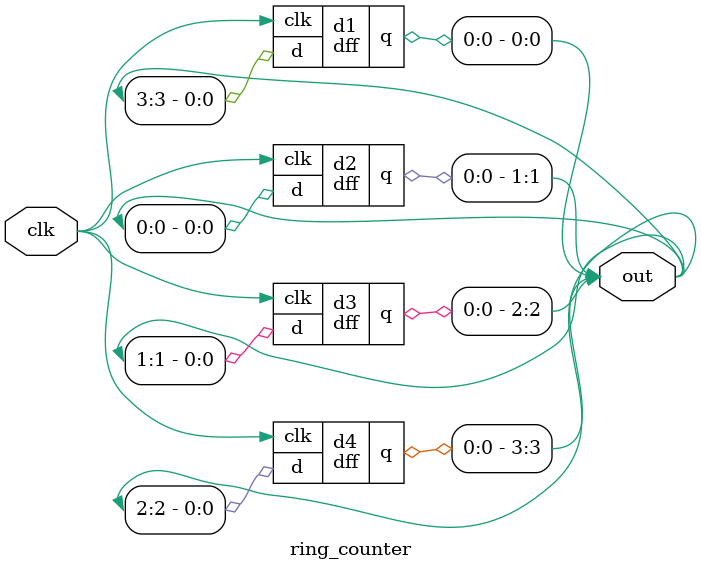
<source format=v>
module dff(d,q,clk);
  input d,clk;
  output reg q;
  initial
  begin
    q = 0;
  end
  
  always @(negedge clk)
  begin
    if (d==0) begin q=0; end
    else if (d==1) begin q=1; end
  end
endmodule

module ring_counter(clk, out);
  input clk;
  output [3:0]out;
  
  dff d1(.d(out[3]),.q(out[0]),.clk(clk));
  dff d2(.d(out[0]),.q(out[1]),.clk(clk));
  dff d3(.d(out[1]),.q(out[2]),.clk(clk));
  dff d4(.d(out[2]),.q(out[3]),.clk(clk));
  
endmodule


</source>
